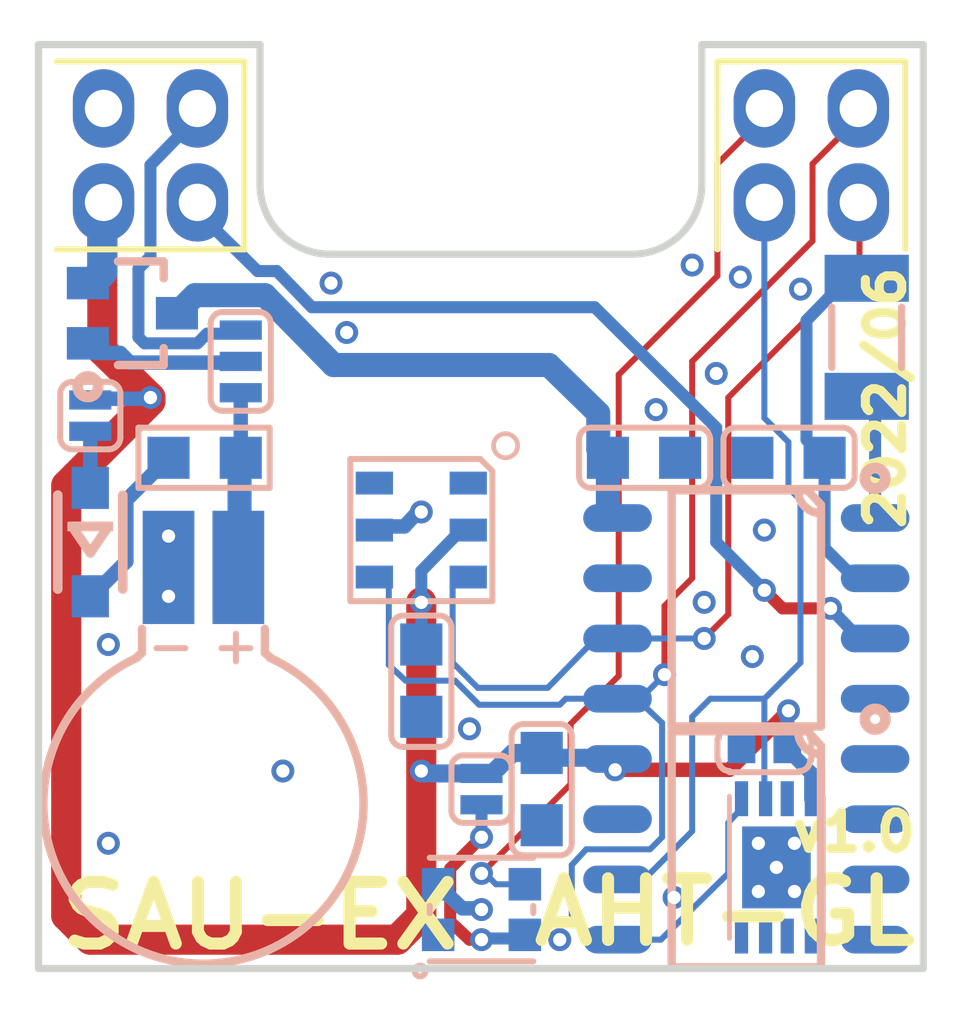
<source format=kicad_pcb>
(kicad_pcb (version 20171130) (host pcbnew "(5.1.6)-1")

  (general
    (thickness 1.6)
    (drawings 33)
    (tracks 215)
    (zones 0)
    (modules 22)
    (nets 17)
  )

  (page A4)
  (layers
    (0 F.Cu signal)
    (31 B.Cu signal)
    (32 B.Adhes user)
    (33 F.Adhes user)
    (34 B.Paste user)
    (35 F.Paste user)
    (36 B.SilkS user)
    (37 F.SilkS user)
    (38 B.Mask user)
    (39 F.Mask user)
    (40 Dwgs.User user)
    (41 Cmts.User user)
    (42 Eco1.User user)
    (43 Eco2.User user)
    (44 Edge.Cuts user)
    (45 Margin user)
    (46 B.CrtYd user)
    (47 F.CrtYd user)
    (48 B.Fab user)
    (49 F.Fab user)
  )

  (setup
    (last_trace_width 0.25)
    (trace_clearance 0.2)
    (zone_clearance 0.508)
    (zone_45_only no)
    (trace_min 0.2)
    (via_size 0.8)
    (via_drill 0.4)
    (via_min_size 0.4)
    (via_min_drill 0.3)
    (uvia_size 0.3)
    (uvia_drill 0.1)
    (uvias_allowed no)
    (uvia_min_size 0.2)
    (uvia_min_drill 0.1)
    (edge_width 0.05)
    (segment_width 0.2)
    (pcb_text_width 0.3)
    (pcb_text_size 1.5 1.5)
    (mod_edge_width 0.12)
    (mod_text_size 1 1)
    (mod_text_width 0.15)
    (pad_size 1.524 1.524)
    (pad_drill 0.762)
    (pad_to_mask_clearance 0.05)
    (aux_axis_origin 0 0)
    (visible_elements FFFFFF7F)
    (pcbplotparams
      (layerselection 0x010fc_ffffffff)
      (usegerberextensions false)
      (usegerberattributes true)
      (usegerberadvancedattributes true)
      (creategerberjobfile true)
      (excludeedgelayer true)
      (linewidth 0.100000)
      (plotframeref false)
      (viasonmask false)
      (mode 1)
      (useauxorigin false)
      (hpglpennumber 1)
      (hpglpenspeed 20)
      (hpglpendiameter 15.000000)
      (psnegative false)
      (psa4output false)
      (plotreference true)
      (plotvalue true)
      (plotinvisibletext false)
      (padsonsilk false)
      (subtractmaskfromsilk false)
      (outputformat 1)
      (mirror false)
      (drillshape 1)
      (scaleselection 1)
      (outputdirectory ""))
  )

  (net 0 "")
  (net 1 NetSJ2_2)
  (net 2 PB6_MISO2)
  (net 3 NetU2_1)
  (net 4 NetSJ1_2)
  (net 5 NetD1_2)
  (net 6 NetD1_1)
  (net 7 NetC2_1)
  (net 8 NetC1_2)
  (net 9 Vbat_button)
  (net 10 VbatWeek)
  (net 11 SDA1_MOSI2)
  (net 12 SCL1_SCK2)
  (net 13 GPIO_ndef)
  (net 14 SPI2_NSS)
  (net 15 GND)
  (net 16 3V3)

  (net_class Default 这是默认网络类。
    (clearance 0.2)
    (trace_width 0.25)
    (via_dia 0.8)
    (via_drill 0.4)
    (uvia_dia 0.3)
    (uvia_drill 0.1)
    (add_net 3V3)
    (add_net GND)
    (add_net GPIO_ndef)
    (add_net NetC1_2)
    (add_net NetC2_1)
    (add_net NetD1_1)
    (add_net NetD1_2)
    (add_net NetSJ1_2)
    (add_net NetSJ2_2)
    (add_net NetU2_1)
    (add_net PB6_MISO2)
    (add_net SCL1_SCK2)
    (add_net SDA1_MOSI2)
    (add_net SPI2_NSS)
    (add_net VbatWeek)
    (add_net Vbat_button)
  )

  (module SJ_2P_MINI_1 (layer B.Cu) (tedit 0) (tstamp 0)
    (at 23.03 16.647 90)
    (attr smd)
    (fp_text reference SJ2 (at -2.5654 -2.0828 180 unlocked) (layer B.SilkS) hide
      (effects (font (size 1.332992 1.40208) (thickness 0.254)) (justify mirror))
    )
    (fp_text value SJ_2P (at 2.032 2.1082 180 unlocked) (layer B.SilkS) hide
      (effects (font (size 1.332992 1.40208) (thickness 0.254)) (justify mirror))
    )
    (fp_line (start 0.7112 0.381) (end 0.7112 -0.381) (layer B.SilkS) (width 0.127))
    (fp_line (start 0.4572 0.635) (end -0.4572 0.635) (layer B.SilkS) (width 0.127))
    (fp_line (start -0.7112 0.381) (end -0.7112 -0.381) (layer B.SilkS) (width 0.127))
    (fp_line (start 0.4572 -0.635) (end -0.4572 -0.635) (layer B.SilkS) (width 0.127))
    (fp_arc (start 0.4572 0.381) (end 0.7112 0.381) (angle 90) (layer B.SilkS) (width 0.127))
    (fp_arc (start 0.4572 -0.381) (end 0.4572 -0.635) (angle 90) (layer B.SilkS) (width 0.127))
    (fp_arc (start -0.4572 -0.381) (end -0.7112 -0.381) (angle 90) (layer B.SilkS) (width 0.127))
    (fp_arc (start -0.4572 0.381) (end -0.4572 0.635) (angle 90) (layer B.SilkS) (width 0.127))
    (pad 1 smd rect (at 0.3302 0 270) (size 0.4064 0.889) (layers B.Cu B.Paste B.Mask)
      (net 16 3V3))
    (pad 2 smd rect (at -0.3302 0 270) (size 0.4064 0.889) (layers B.Cu B.Paste B.Mask)
      (net 1 NetSJ2_2))
  )

  (module C0402_1 (layer B.Cu) (tedit 0) (tstamp 0)
    (at 28.999 15.8088)
    (attr smd)
    (fp_text reference C4 (at 0.1778 -2.4638 unlocked) (layer B.SilkS) hide
      (effects (font (size 1.332992 1.40208) (thickness 0.254)) (justify mirror))
    )
    (fp_text value DNP (at -0.3302 1.9558 unlocked) (layer B.SilkS) hide
      (effects (font (size 1.332992 1.40208) (thickness 0.254)) (justify mirror))
    )
    (fp_line (start 0.508 0.254) (end -0.508 0.254) (layer Dwgs.User) (width 0.0762))
    (fp_line (start 0.508 -0.254) (end -0.508 -0.254) (layer Dwgs.User) (width 0.0762))
    (fp_line (start -0.508 0.254) (end -0.508 -0.254) (layer Dwgs.User) (width 0.0762))
    (fp_line (start 0.508 0.254) (end 0.508 -0.254) (layer Dwgs.User) (width 0.0762))
    (fp_line (start 0 0.254) (end 0 -0.254) (layer Dwgs.User) (width 0.0762))
    (fp_line (start 0.254 0) (end -0.254 0) (layer Dwgs.User) (width 0.0762))
    (fp_line (start 0.9906 0.2286) (end 0.9906 -0.2286) (layer B.SilkS) (width 0.127))
    (fp_line (start 0.7366 0.4826) (end -0.7366 0.4826) (layer B.SilkS) (width 0.127))
    (fp_line (start 0.7366 -0.4826) (end -0.7366 -0.4826) (layer B.SilkS) (width 0.127))
    (fp_line (start -0.9906 0.2286) (end -0.9906 -0.2286) (layer B.SilkS) (width 0.127))
    (fp_arc (start 0.7366 -0.2286) (end 0.7366 -0.4572) (angle 90) (layer B.SilkS) (width 0.127))
    (fp_arc (start 0.7366 0.2286) (end 0.9652 0.2286) (angle 90) (layer B.SilkS) (width 0.127))
    (fp_arc (start -0.7366 -0.2286) (end -0.9652 -0.2286) (angle 90) (layer B.SilkS) (width 0.127))
    (fp_arc (start -0.7366 0.2286) (end -0.7366 0.4572) (angle 90) (layer B.SilkS) (width 0.127))
    (pad 1 smd rect (at 0.4826 0) (size 0.5842 0.5842) (layers B.Cu B.Paste B.Mask)
      (net 16 3V3))
    (pad 2 smd rect (at -0.4826 0) (size 0.5842 0.5842) (layers B.Cu B.Paste B.Mask)
      (net 15 GND))
  )

  (module DFN-8-1EP_3x2mm_P0.5mm_EP1.70C (layer B.Cu) (tedit 0) (tstamp 0)
    (at 29.253 18.298 270)
    (attr smd)
    (fp_text reference U4 (at -3.4798 0.1016 unlocked) (layer B.SilkS) hide
      (effects (font (size 1.332992 1.40208) (thickness 0.254)) (justify mirror))
    )
    (fp_text value DNP_24Cxx_8P_DFN8_1EP (at 2.3114 9.0678 unlocked) (layer B.SilkS) hide
      (effects (font (size 1.332992 1.40208) (thickness 0.254)) (justify mirror))
    )
    (fp_line (start 1.4986 -0.9906) (end -1.4986 -0.9906) (layer B.SilkS) (width 0.1016))
    (fp_line (start 1.4986 0.9906) (end -1.4986 0.9906) (layer B.SilkS) (width 0.1016))
    (pad 1 smd rect (at 1.4478 -0.7366 270) (size 0.7366 0.2794) (layers B.Cu B.Paste B.Mask)
      (net 15 GND))
    (pad 2 smd rect (at 1.4478 -0.2286 270) (size 0.7366 0.2794) (layers B.Cu B.Paste B.Mask)
      (net 15 GND))
    (pad 3 smd rect (at 1.4478 0.2286 270) (size 0.7366 0.2794) (layers B.Cu B.Paste B.Mask)
      (net 15 GND))
    (pad 4 smd rect (at 1.4478 0.7366 270) (size 0.7366 0.2794) (layers B.Cu B.Paste B.Mask)
      (net 15 GND))
    (pad 5 smd rect (at -1.4478 0.7366 270) (size 0.7366 0.2794) (layers B.Cu B.Paste B.Mask)
      (net 11 SDA1_MOSI2))
    (pad 6 smd rect (at -1.4478 0.2286 270) (size 0.7366 0.2794) (layers B.Cu B.Paste B.Mask)
      (net 2 PB6_MISO2))
    (pad 7 smd rect (at -1.4478 -0.2286 270) (size 0.7366 0.2794) (layers B.Cu B.Paste B.Mask)
      (net 15 GND))
    (pad 8 smd rect (at -1.4478 -0.7366 270) (size 0.7366 0.2794) (layers B.Cu B.Paste B.Mask)
      (net 16 3V3))
    (pad 9 smd rect (at 0 0 180) (size 1.4478 1.7272) (layers B.Cu B.Paste B.Mask)
      (net 15 GND))
  )

  (module ODG_LOGO_soldermask_1 (layer B.Cu) (tedit 0) (tstamp 0)
    (at 17.188 17.155)
    (attr smd)
    (fp_text reference ODG2 (at -0.0762 -2.8448 unlocked) (layer B.SilkS) hide
      (effects (font (size 1.332992 1.40208) (thickness 0.254)) (justify mirror))
    )
    (fp_text value ODG_LOGO (at -2.1082 2.0066 unlocked) (layer B.SilkS) hide
      (effects (font (size 1.332992 1.40208) (thickness 0.254)) (justify mirror))
    )
    (fp_line (start 0 0.4572) (end 0 -0.4572) (layer Dwgs.User) (width 0.0762))
    (fp_line (start 0.4572 0) (end -0.4572 0) (layer Dwgs.User) (width 0.0762))
    (fp_line (start 0.6604 1.1684) (end 0.0254 -2.1336) (layer B.Mask) (width 0.2032))
    (fp_line (start 0.381 0.9652) (end -0.635 0.889) (layer B.Mask) (width 0.2032))
    (fp_line (start 0.2794 -0.0254) (end -0.635 0.889) (layer B.Mask) (width 0.2032))
    (fp_line (start -0.508 0.0508) (end -0.9906 1.1684) (layer B.Mask) (width 0.2032))
    (fp_line (start 0.381 0.9652) (end -0.508 0.0508) (layer B.Mask) (width 0.2032))
    (fp_line (start 0.2794 -0.0254) (end -0.5588 -0.1016) (layer B.Mask) (width 0.2032))
    (fp_line (start 0.0254 -2.1336) (end -0.5588 -0.1016) (layer B.Mask) (width 0.2032))
  )

  (module ODG_LOGO_soldermask_1 (layer F.Cu) (tedit 0) (tstamp 0)
    (at 17.0356 16.3422)
    (attr smd)
    (fp_text reference ODG1 (at 1.5494 -4.0132 unlocked) (layer F.SilkS) hide
      (effects (font (size 1.332992 1.40208) (thickness 0.254)))
    )
    (fp_text value ODG_LOGO (at 3.5814 2.5146 unlocked) (layer F.SilkS) hide
      (effects (font (size 1.332992 1.40208) (thickness 0.254)))
    )
    (fp_line (start 0 0.4572) (end 0 -0.4572) (layer Dwgs.User) (width 0.0762))
    (fp_line (start -0.4572 0) (end 0.4572 0) (layer Dwgs.User) (width 0.0762))
    (fp_line (start -0.6604 1.1684) (end -0.0254 -2.1336) (layer F.Mask) (width 0.2032))
    (fp_line (start -0.381 0.9652) (end 0.635 0.889) (layer F.Mask) (width 0.2032))
    (fp_line (start -0.2794 -0.0254) (end 0.635 0.889) (layer F.Mask) (width 0.2032))
    (fp_line (start 0.508 0.0508) (end 0.9906 1.1684) (layer F.Mask) (width 0.2032))
    (fp_line (start -0.381 0.9652) (end 0.508 0.0508) (layer F.Mask) (width 0.2032))
    (fp_line (start -0.2794 -0.0254) (end 0.5588 -0.1016) (layer F.Mask) (width 0.2032))
    (fp_line (start -0.0254 -2.1336) (end 0.5588 -0.1016) (layer F.Mask) (width 0.2032))
  )

  (module MS621FE-FL11E_1 (layer B.Cu) (tedit 0) (tstamp 0)
    (at 17.1626 16.9518 270)
    (attr smd)
    (fp_text reference BAT1 (at -8.0264 -1.1938 unlocked) (layer B.SilkS) hide
      (effects (font (size 1.332992 1.40208) (thickness 0.254)) (justify mirror))
    )
    (fp_text value BAT (at 4.7498 -1.7018 unlocked) (layer B.SilkS) hide
      (effects (font (size 1.332992 1.40208) (thickness 0.254)) (justify mirror))
    )
    (fp_line (start -3.0988 1.397) (end -3.175 1.2954) (layer Dwgs.User) (width 0.1778))
    (fp_line (start -3.175 1.2954) (end -3.8862 1.2954) (layer Dwgs.User) (width 0.1778))
    (fp_line (start -3.8862 1.2954) (end -4.572 0.635) (layer Dwgs.User) (width 0.1778))
    (fp_line (start -4.572 -0.635) (end -4.572 0.635) (layer Dwgs.User) (width 0.1778))
    (fp_line (start -3.0988 -1.397) (end -3.175 -1.2954) (layer Dwgs.User) (width 0.1778))
    (fp_line (start -3.175 -1.2954) (end -3.8862 -1.2954) (layer Dwgs.User) (width 0.1778))
    (fp_line (start -3.8862 -1.2954) (end -4.572 -0.635) (layer Dwgs.User) (width 0.1778))
    (fp_line (start 0 0.635) (end 0 -0.635) (layer Dwgs.User) (width 0.1778))
    (fp_line (start 0.635 0) (end -0.635 0) (layer Dwgs.User) (width 0.1778))
    (fp_line (start -3.0988 1.397) (end -3.175 1.2954) (layer B.SilkS) (width 0.1778))
    (fp_line (start -3.175 1.2954) (end -3.683 1.2954) (layer B.SilkS) (width 0.1778))
    (fp_line (start -3.2766 0.9906) (end -3.2766 0.381) (layer B.SilkS) (width 0.127))
    (fp_line (start -3.2766 -0.381) (end -3.2766 -0.9906) (layer B.SilkS) (width 0.127))
    (fp_line (start -2.9972 -0.6858) (end -3.5814 -0.6858) (layer B.SilkS) (width 0.127))
    (fp_line (start -3.0988 -1.397) (end -3.175 -1.2954) (layer B.SilkS) (width 0.1778))
    (fp_line (start -3.175 -1.2954) (end -3.683 -1.2954) (layer B.SilkS) (width 0.1778))
    (fp_arc (start 0 0) (end -3.078903 -1.390178) (angle 311.4) (layer Dwgs.User) (width 0.1778))
    (fp_arc (start 0 0) (end -3.078903 -1.390178) (angle 311.4) (layer B.SilkS) (width 0.1778))
    (pad 1 smd rect (at -4.9784 -0.7366 180) (size 1.0922 2.3876) (layers B.Cu B.Paste B.Mask)
      (net 9 Vbat_button))
    (pad 2 smd rect (at -4.9784 0.7366 180) (size 1.0922 2.3876) (layers B.Cu B.Paste B.Mask)
      (net 15 GND))
  )

  (module XTAL_2P_3215_1 (layer B.Cu) (tedit 0) (tstamp 0)
    (at 31.158 7.122 90)
    (attr smd)
    (fp_text reference X1 (at 2.7178 0.508 unlocked) (layer B.SilkS) hide
      (effects (font (size 1.332992 1.40208) (thickness 0.254)) (justify mirror))
    )
    (fp_text value 32.768KHz (at -2.2098 -2.032 unlocked) (layer B.SilkS) hide
      (effects (font (size 1.332992 1.40208) (thickness 0.254)) (justify mirror))
    )
    (fp_line (start 1.5748 -0.7366) (end -1.5748 -0.7366) (layer Dwgs.User) (width 0.1524))
    (fp_line (start -1.5748 0.7366) (end -1.5748 -0.7366) (layer Dwgs.User) (width 0.1524))
    (fp_line (start 1.5748 0.7366) (end 1.5748 -0.7366) (layer Dwgs.User) (width 0.1524))
    (fp_line (start 0 0.4318) (end 0 -0.4318) (layer Dwgs.User) (width 0.0762))
    (fp_line (start 0.4318 0) (end -0.4318 0) (layer Dwgs.User) (width 0.0762))
    (fp_line (start 1.5748 0.7366) (end -1.5748 0.7366) (layer Dwgs.User) (width 0.1524))
    (fp_line (start 0.635 0.7366) (end -0.635 0.7366) (layer B.SilkS) (width 0.1524))
    (fp_line (start 0.635 -0.7366) (end -0.635 -0.7366) (layer B.SilkS) (width 0.1524))
    (pad 1 smd rect (at 1.2446 0 90) (size 0.9906 1.778) (layers B.Cu B.Paste B.Mask)
      (net 8 NetC1_2))
    (pad 2 smd rect (at -1.2446 0 90) (size 0.9906 1.778) (layers B.Cu B.Paste B.Mask)
      (net 3 NetU2_1))
  )

  (module DIODES_SOT-323-3_1 (layer B.Cu) (tedit 0) (tstamp 0)
    (at 15.664 6.614 180)
    (attr smd)
    (fp_text reference VD1 (at 0.1778 3.556 unlocked) (layer B.SilkS) hide
      (effects (font (size 1.332992 1.40208) (thickness 0.254)) (justify mirror))
    )
    (fp_text value BAT54C (at 1.7018 -2.6416 unlocked) (layer B.SilkS) hide
      (effects (font (size 1.332992 1.40208) (thickness 0.254)) (justify mirror))
    )
    (fp_line (start 0.6604 -1.0922) (end -0.6604 -1.0922) (layer Dwgs.User) (width 0.0762))
    (fp_line (start 0.6604 1.0922) (end -0.6604 1.0922) (layer Dwgs.User) (width 0.0762))
    (fp_line (start 0.6604 1.0922) (end 0.6604 -1.0922) (layer Dwgs.User) (width 0.0762))
    (fp_line (start -0.6604 1.0922) (end -0.6604 -1.0922) (layer Dwgs.User) (width 0.0762))
    (fp_line (start -1.5748 1.3462) (end -1.5748 -1.3462) (layer Dwgs.User) (width 0.0254))
    (fp_line (start 1.5748 -1.3462) (end -1.5748 -1.3462) (layer Dwgs.User) (width 0.0254))
    (fp_line (start 1.5748 1.3462) (end 1.5748 -1.3462) (layer Dwgs.User) (width 0.0254))
    (fp_line (start 1.5748 1.3462) (end -1.5748 1.3462) (layer Dwgs.User) (width 0.0254))
    (fp_line (start 0 0.4826) (end 0 -0.4826) (layer Dwgs.User) (width 0.0762))
    (fp_line (start 0.4826 0) (end -0.4826 0) (layer Dwgs.User) (width 0.0762))
    (fp_line (start 0.3048 -1.0922) (end -0.6604 -1.0922) (layer B.SilkS) (width 0.1778))
    (fp_line (start -0.6604 -0.7366) (end -0.6604 -1.0922) (layer B.SilkS) (width 0.1778))
    (fp_line (start -0.6604 1.0922) (end -0.6604 0.7366) (layer B.SilkS) (width 0.1778))
    (fp_line (start 0.3048 1.0922) (end -0.6604 1.0922) (layer B.SilkS) (width 0.1778))
    (fp_arc (start 0.9398 -1.5494) (end 0.8382 -1.5494) (angle 360) (layer B.SilkS) (width 0.2286))
    (pad 1 smd rect (at 0.9398 -0.635 90) (size 0.6858 0.889) (layers B.Cu B.Paste B.Mask)
      (net 4 NetSJ1_2))
    (pad 2 smd rect (at 0.9398 0.635 90) (size 0.6858 0.889) (layers B.Cu B.Paste B.Mask)
      (net 16 3V3))
    (pad 3 smd rect (at -0.9398 0 90) (size 0.6858 0.889) (layers B.Cu B.Paste B.Mask)
      (net 7 NetC2_1))
  )

  (module ANALOG_DEV_SOIC-8_R8_1 (layer B.Cu) (tedit 0) (tstamp 0)
    (at 28.618 17.917)
    (attr smd)
    (fp_text reference U3 (at 1.9304 -2.7432 unlocked) (layer B.SilkS) hide
      (effects (font (size 1.332992 1.40208) (thickness 0.254)) (justify mirror))
    )
    (fp_text value 24Cxx_8P (at -1.1176 6.0706 unlocked) (layer B.SilkS) hide
      (effects (font (size 1.332992 1.40208) (thickness 0.254)) (justify mirror))
    )
    (fp_line (start 1.9812 2.4892) (end 1.9812 -2.4892) (layer Dwgs.User) (width 0.0762))
    (fp_line (start -1.9812 2.4892) (end -1.9812 -2.4892) (layer Dwgs.User) (width 0.0762))
    (fp_line (start 1.9812 -2.4892) (end -1.9812 -2.4892) (layer Dwgs.User) (width 0.0762))
    (fp_line (start 1.9812 2.4892) (end -1.9812 2.4892) (layer Dwgs.User) (width 0.0762))
    (fp_line (start 3.683 2.7432) (end -3.683 2.7432) (layer Dwgs.User) (width 0.0254))
    (fp_line (start 3.683 -2.7432) (end -3.683 -2.7432) (layer Dwgs.User) (width 0.0254))
    (fp_line (start -3.683 2.7432) (end -3.683 -2.7432) (layer Dwgs.User) (width 0.0254))
    (fp_line (start 0 0.4826) (end 0 -0.4826) (layer Dwgs.User) (width 0.0762))
    (fp_line (start 0.4826 0) (end -0.4826 0) (layer Dwgs.User) (width 0.0762))
    (fp_line (start 3.683 2.7432) (end 3.683 -2.7432) (layer Dwgs.User) (width 0.0254))
    (fp_line (start -1.5748 2.4892) (end -1.5748 -2.4892) (layer B.SilkS) (width 0.1778))
    (fp_line (start 1.2954 -2.4892) (end -1.5748 -2.4892) (layer B.SilkS) (width 0.1778))
    (fp_line (start 1.5748 2.4892) (end -1.5748 2.4892) (layer B.SilkS) (width 0.1778))
    (fp_line (start 1.5748 2.4892) (end 1.5748 -2.1844) (layer B.SilkS) (width 0.1778))
    (fp_line (start 1.5748 -2.1844) (end 1.2954 -2.4892) (layer B.SilkS) (width 0.1778))
    (fp_arc (start 1.0922 -1.5748) (end 0.6096 -1.5748) (angle 360) (layer Dwgs.User) (width 0.0762))
    (fp_arc (start 2.7178 -2.7432) (end 2.6162 -2.7432) (angle 360) (layer B.SilkS) (width 0.2286))
    (fp_arc (start 1.5748 -2.4892) (end 1.5748 -2.0066) (angle 90) (layer B.SilkS) (width 0.1778))
    (pad 1 smd oval (at 2.7178 -1.905 270) (size 0.5842 1.4478) (layers B.Cu B.Paste B.Mask)
      (net 15 GND))
    (pad 2 smd oval (at 2.7178 -0.635 270) (size 0.5842 1.4478) (layers B.Cu B.Paste B.Mask)
      (net 15 GND))
    (pad 3 smd oval (at 2.7178 0.635 270) (size 0.5842 1.4478) (layers B.Cu B.Paste B.Mask)
      (net 15 GND))
    (pad 4 smd oval (at 2.7178 1.905 270) (size 0.5842 1.4478) (layers B.Cu B.Paste B.Mask)
      (net 15 GND))
    (pad 5 smd oval (at -2.7178 1.905 270) (size 0.5842 1.4478) (layers B.Cu B.Paste B.Mask)
      (net 11 SDA1_MOSI2))
    (pad 6 smd oval (at -2.7178 0.635 270) (size 0.5842 1.4478) (layers B.Cu B.Paste B.Mask)
      (net 2 PB6_MISO2))
    (pad 7 smd oval (at -2.7178 -0.635 270) (size 0.5842 1.4478) (layers B.Cu B.Paste B.Mask)
      (net 15 GND))
    (pad 8 smd oval (at -2.7178 -1.905 270) (size 0.5842 1.4478) (layers B.Cu B.Paste B.Mask)
      (net 16 3V3))
  )

  (module ANALOG_DEV_SOIC-8_R8_1 (layer B.Cu) (tedit 0) (tstamp 0)
    (at 28.618 12.837)
    (attr smd)
    (fp_text reference U2 (at 2.4384 -4.7752 unlocked) (layer B.SilkS) hide
      (effects (font (size 1.332992 1.40208) (thickness 0.254)) (justify mirror))
    )
    (fp_text value PCF8563 (at -0.1016 4.0386 unlocked) (layer B.SilkS) hide
      (effects (font (size 1.332992 1.40208) (thickness 0.254)) (justify mirror))
    )
    (fp_line (start 1.9812 2.4892) (end 1.9812 -2.4892) (layer Dwgs.User) (width 0.0762))
    (fp_line (start -1.9812 2.4892) (end -1.9812 -2.4892) (layer Dwgs.User) (width 0.0762))
    (fp_line (start 1.9812 -2.4892) (end -1.9812 -2.4892) (layer Dwgs.User) (width 0.0762))
    (fp_line (start 1.9812 2.4892) (end -1.9812 2.4892) (layer Dwgs.User) (width 0.0762))
    (fp_line (start 3.683 2.7432) (end -3.683 2.7432) (layer Dwgs.User) (width 0.0254))
    (fp_line (start 3.683 -2.7432) (end -3.683 -2.7432) (layer Dwgs.User) (width 0.0254))
    (fp_line (start -3.683 2.7432) (end -3.683 -2.7432) (layer Dwgs.User) (width 0.0254))
    (fp_line (start 0 0.4826) (end 0 -0.4826) (layer Dwgs.User) (width 0.0762))
    (fp_line (start 0.4826 0) (end -0.4826 0) (layer Dwgs.User) (width 0.0762))
    (fp_line (start 3.683 2.7432) (end 3.683 -2.7432) (layer Dwgs.User) (width 0.0254))
    (fp_line (start -1.5748 2.4892) (end -1.5748 -2.4892) (layer B.SilkS) (width 0.1778))
    (fp_line (start 1.2954 -2.4892) (end -1.5748 -2.4892) (layer B.SilkS) (width 0.1778))
    (fp_line (start 1.5748 2.4892) (end -1.5748 2.4892) (layer B.SilkS) (width 0.1778))
    (fp_line (start 1.5748 2.4892) (end 1.5748 -2.1844) (layer B.SilkS) (width 0.1778))
    (fp_line (start 1.5748 -2.1844) (end 1.2954 -2.4892) (layer B.SilkS) (width 0.1778))
    (fp_arc (start 1.0922 -1.5748) (end 0.6096 -1.5748) (angle 360) (layer Dwgs.User) (width 0.0762))
    (fp_arc (start 2.7178 -2.7432) (end 2.6162 -2.7432) (angle 360) (layer B.SilkS) (width 0.2286))
    (fp_arc (start 1.5748 -2.4892) (end 1.5748 -2.0066) (angle 90) (layer B.SilkS) (width 0.1778))
    (pad 1 smd oval (at 2.7178 -1.905 270) (size 0.5842 1.4478) (layers B.Cu B.Paste B.Mask)
      (net 3 NetU2_1))
    (pad 2 smd oval (at 2.7178 -0.635 270) (size 0.5842 1.4478) (layers B.Cu B.Paste B.Mask)
      (net 8 NetC1_2))
    (pad 3 smd oval (at 2.7178 0.635 270) (size 0.5842 1.4478) (layers B.Cu B.Paste B.Mask)
      (net 13 GPIO_ndef))
    (pad 4 smd oval (at 2.7178 1.905 270) (size 0.5842 1.4478) (layers B.Cu B.Paste B.Mask)
      (net 15 GND))
    (pad 5 smd oval (at -2.7178 1.905 270) (size 0.5842 1.4478) (layers B.Cu B.Paste B.Mask)
      (net 11 SDA1_MOSI2))
    (pad 6 smd oval (at -2.7178 0.635 270) (size 0.5842 1.4478) (layers B.Cu B.Paste B.Mask)
      (net 12 SCL1_SCK2))
    (pad 7 smd oval (at -2.7178 -0.635 270) (size 0.5842 1.4478) (layers B.Cu B.Paste B.Mask))
    (pad 8 smd oval (at -2.7178 -1.905 270) (size 0.5842 1.4478) (layers B.Cu B.Paste B.Mask)
      (net 7 NetC2_1))
  )

  (module WS2812_2020_1 (layer B.Cu) (tedit 0) (tstamp 0)
    (at 23.03 19.187 180)
    (attr smd)
    (fp_text reference U1 (at -0.1524 3.2004 unlocked) (layer B.SilkS) hide
      (effects (font (size 1.332992 1.40208) (thickness 0.254)) (justify mirror))
    )
    (fp_text value WS2812 (at 1.8796 -2.413 unlocked) (layer B.SilkS) hide
      (effects (font (size 1.332992 1.40208) (thickness 0.254)) (justify mirror))
    )
    (fp_line (start -1.0922 0.9906) (end -1.0922 -0.9906) (layer Dwgs.User) (width 0.127))
    (fp_line (start 1.0922 -0.9906) (end -1.0922 -0.9906) (layer Dwgs.User) (width 0.127))
    (fp_line (start 1.0922 0.9906) (end -1.0922 0.9906) (layer Dwgs.User) (width 0.127))
    (fp_line (start 1.0922 0.9906) (end 1.0922 -0.9906) (layer Dwgs.User) (width 0.127))
    (fp_line (start 1.0922 -1.0922) (end -1.0922 -1.0922) (layer B.SilkS) (width 0.127))
    (fp_line (start 1.0922 0.0762) (end 1.0922 -0.0762) (layer B.SilkS) (width 0.127))
    (fp_line (start -1.0922 0.0762) (end -1.0922 -0.0762) (layer B.SilkS) (width 0.127))
    (fp_line (start 1.0922 1.0922) (end -1.0922 1.0922) (layer B.SilkS) (width 0.127))
    (fp_arc (start 1.2954 -1.2954) (end 1.2446 -1.2954) (angle 360) (layer B.SilkS) (width 0.127))
    (fp_poly (pts (xy -0.4826 0.9906) (xy 0 0.9906) (xy 0 -0.9906) (xy -0.4826 -0.9906)) (layer Dwgs.User) (width 0))
    (pad 1 smd rect (at 0.9144 -0.5334) (size 0.6858 0.6858) (layers B.Cu B.Paste B.Mask))
    (pad 2 smd rect (at 0.9144 0.5334) (size 0.6858 0.6858) (layers B.Cu B.Paste B.Mask)
      (net 15 GND))
    (pad 3 smd rect (at -0.9144 0.5334) (size 0.6858 0.6858) (layers B.Cu B.Paste B.Mask)
      (net 14 SPI2_NSS))
    (pad 4 smd rect (at -0.9144 -0.5334) (size 0.6858 0.6858) (layers B.Cu B.Paste B.Mask)
      (net 1 NetSJ2_2))
  )

  (module SJ_3P_MINI_1 (layer B.Cu) (tedit 0) (tstamp 0)
    (at 17.95 7.63 90)
    (attr smd)
    (fp_text reference SJ1 (at -2.8956 1.0922 180 unlocked) (layer B.SilkS) hide
      (effects (font (size 1.332992 1.40208) (thickness 0.254)) (justify mirror))
    )
    (fp_text value SJ_3P (at 2.3622 2.1082 180 unlocked) (layer B.SilkS) hide
      (effects (font (size 1.332992 1.40208) (thickness 0.254)) (justify mirror))
    )
    (fp_line (start 1.0414 0.381) (end 1.0414 -0.381) (layer B.SilkS) (width 0.127))
    (fp_line (start 0.7874 0.635) (end -0.7874 0.635) (layer B.SilkS) (width 0.127))
    (fp_line (start 0.7874 -0.635) (end -0.7874 -0.635) (layer B.SilkS) (width 0.127))
    (fp_line (start -1.0414 0.381) (end -1.0414 -0.381) (layer B.SilkS) (width 0.127))
    (fp_arc (start 0.7874 0.381) (end 1.0414 0.381) (angle 90) (layer B.SilkS) (width 0.127))
    (fp_arc (start 0.7874 -0.381) (end 0.7874 -0.635) (angle 90) (layer B.SilkS) (width 0.127))
    (fp_arc (start -0.7874 -0.381) (end -1.0414 -0.381) (angle 90) (layer B.SilkS) (width 0.127))
    (fp_arc (start -0.7874 0.381) (end -0.7874 0.635) (angle 90) (layer B.SilkS) (width 0.127))
    (pad 1 smd rect (at 0.6604 0 270) (size 0.4064 0.889) (layers B.Cu B.Paste B.Mask)
      (net 10 VbatWeek))
    (pad 2 smd rect (at 0 0 270) (size 0.4064 0.889) (layers B.Cu B.Paste B.Mask)
      (net 4 NetSJ1_2))
    (pad 3 smd rect (at -0.6604 0 270) (size 0.4064 0.889) (layers B.Cu B.Paste B.Mask)
      (net 9 Vbat_button))
  )

  (module R0603_1 (layer B.Cu) (tedit 0) (tstamp 0)
    (at 17.188 9.662 180)
    (attr smd)
    (fp_text reference R1 (at -0.1778 2.4638 unlocked) (layer B.SilkS) hide
      (effects (font (size 1.332992 1.40208) (thickness 0.254)) (justify mirror))
    )
    (fp_text value 620R (at 0.8382 -1.9558 unlocked) (layer B.SilkS) hide
      (effects (font (size 1.332992 1.40208) (thickness 0.254)) (justify mirror))
    )
    (fp_line (start 0.8636 0.4572) (end -0.8636 0.4572) (layer Dwgs.User) (width 0.0762))
    (fp_line (start 0.8636 -0.4572) (end -0.8636 -0.4572) (layer Dwgs.User) (width 0.0762))
    (fp_line (start -0.8636 0.4572) (end -0.8636 -0.4572) (layer Dwgs.User) (width 0.0762))
    (fp_line (start 0.8636 0.4572) (end 0.8636 -0.4572) (layer Dwgs.User) (width 0.0762))
    (fp_line (start 0 0.4572) (end 0 -0.4572) (layer Dwgs.User) (width 0.0762))
    (fp_line (start 0.4572 0) (end -0.4572 0) (layer Dwgs.User) (width 0.0762))
    (fp_line (start 1.397 -0.635) (end -1.3716 -0.635) (layer B.SilkS) (width 0.127))
    (fp_line (start -1.3716 0.635) (end -1.3716 -0.635) (layer B.SilkS) (width 0.127))
    (fp_line (start 1.397 0.635) (end 1.397 -0.635) (layer B.SilkS) (width 0.127))
    (fp_line (start 1.397 0.635) (end -1.3716 0.635) (layer B.SilkS) (width 0.127))
    (pad 1 smd rect (at 0.762 0 180) (size 0.889 0.889) (layers B.Cu B.Paste B.Mask)
      (net 5 NetD1_2))
    (pad 2 smd rect (at -0.762 0 180) (size 0.889 0.889) (layers B.Cu B.Paste B.Mask)
      (net 9 Vbat_button))
  )

  (module SOD-323_1 (layer B.Cu) (tedit 0) (tstamp 0)
    (at 14.775 11.44 90)
    (attr smd)
    (fp_text reference D1 (at 2.5654 0.3556 unlocked) (layer B.SilkS) hide
      (effects (font (size 1.332992 1.40208) (thickness 0.254)) (justify mirror))
    )
    (fp_text value B5819WS (at -2.0574 -2.1844 unlocked) (layer B.SilkS) hide
      (effects (font (size 1.332992 1.40208) (thickness 0.254)) (justify mirror))
    )
    (fp_line (start 0.9906 0.6858) (end 0.9906 -0.6858) (layer Dwgs.User) (width 0.2032))
    (fp_line (start -0.9906 0.6858) (end -0.9906 -0.6858) (layer Dwgs.User) (width 0.2032))
    (fp_line (start 0 0.4572) (end 0 -0.4572) (layer Dwgs.User) (width 0.0762))
    (fp_line (start 0.4572 0) (end -0.4572 0) (layer Dwgs.User) (width 0.0762))
    (fp_line (start 0.9906 -0.6858) (end -0.9906 -0.6858) (layer B.SilkS) (width 0.2032))
    (fp_line (start 0.3302 0.381) (end 0.3302 -0.381) (layer B.SilkS) (width 0.2032))
    (fp_line (start 0.9906 0.6858) (end -0.9906 0.6858) (layer B.SilkS) (width 0.2032))
    (fp_line (start 0.3302 0.381) (end -0.2286 0) (layer B.SilkS) (width 0.2032))
    (fp_line (start 0.3302 -0.381) (end -0.2286 0) (layer B.SilkS) (width 0.2032))
    (fp_poly (pts (xy 0.2286 0.4826) (xy 0.4318 0.4826) (xy 0.4318 -0.4826) (xy 0.2286 -0.4826)) (layer B.SilkS) (width 0))
    (pad 1 smd rect (at 1.143 0 270) (size 0.889 0.7874) (layers B.Cu B.Paste B.Mask)
      (net 6 NetD1_1))
    (pad 2 smd rect (at -1.143 0 270) (size 0.889 0.7874) (layers B.Cu B.Paste B.Mask)
      (net 5 NetD1_2))
  )

  (module C0603_1 (layer B.Cu) (tedit 0) (tstamp 0)
    (at 24.3 16.647 90)
    (attr smd)
    (fp_text reference C3 (at -0.8128 5.0038 unlocked) (layer B.SilkS) hide
      (effects (font (size 1.332992 1.40208) (thickness 0.254)) (justify mirror))
    )
    (fp_text value 100nF (at -5.2578 3.4798 unlocked) (layer B.SilkS) hide
      (effects (font (size 1.332992 1.40208) (thickness 0.254)) (justify mirror))
    )
    (fp_line (start 0.8636 0.4572) (end -0.8636 0.4572) (layer Dwgs.User) (width 0.0762))
    (fp_line (start 0.8636 -0.4572) (end -0.8636 -0.4572) (layer Dwgs.User) (width 0.0762))
    (fp_line (start -0.8636 0.4572) (end -0.8636 -0.4572) (layer Dwgs.User) (width 0.0762))
    (fp_line (start 0.8636 0.4572) (end 0.8636 -0.4572) (layer Dwgs.User) (width 0.0762))
    (fp_line (start 0 0.4572) (end 0 -0.4572) (layer Dwgs.User) (width 0.0762))
    (fp_line (start 0.4572 0) (end -0.4572 0) (layer Dwgs.User) (width 0.0762))
    (fp_line (start 1.1176 -0.635) (end -1.143 -0.635) (layer B.SilkS) (width 0.127))
    (fp_line (start -1.397 0.381) (end -1.397 -0.381) (layer B.SilkS) (width 0.127))
    (fp_line (start 1.1176 0.635) (end -1.143 0.635) (layer B.SilkS) (width 0.127))
    (fp_line (start 1.3716 0.381) (end 1.3716 -0.381) (layer B.SilkS) (width 0.127))
    (fp_arc (start 1.1176 0.381) (end 1.3716 0.381) (angle 90) (layer B.SilkS) (width 0.127))
    (fp_arc (start 1.1176 -0.381) (end 1.1176 -0.635) (angle 90) (layer B.SilkS) (width 0.127))
    (fp_arc (start -1.143 -0.381) (end -1.397 -0.381) (angle 90) (layer B.SilkS) (width 0.127))
    (fp_arc (start -1.143 0.381) (end -1.143 0.635) (angle 90) (layer B.SilkS) (width 0.127))
    (pad 1 smd rect (at 0.762 0 90) (size 0.889 0.889) (layers B.Cu B.Paste B.Mask)
      (net 16 3V3))
    (pad 2 smd rect (at -0.762 0 90) (size 0.889 0.889) (layers B.Cu B.Paste B.Mask)
      (net 15 GND))
  )

  (module C0603_1 (layer B.Cu) (tedit 0) (tstamp 0)
    (at 26.459 9.662 180)
    (attr smd)
    (fp_text reference C2 (at 1.3208 2.4638 unlocked) (layer B.SilkS) hide
      (effects (font (size 1.332992 1.40208) (thickness 0.254)) (justify mirror))
    )
    (fp_text value 100nF (at 2.8448 -1.9558 unlocked) (layer B.SilkS) hide
      (effects (font (size 1.332992 1.40208) (thickness 0.254)) (justify mirror))
    )
    (fp_line (start 0.8636 0.4572) (end -0.8636 0.4572) (layer Dwgs.User) (width 0.0762))
    (fp_line (start 0.8636 -0.4572) (end -0.8636 -0.4572) (layer Dwgs.User) (width 0.0762))
    (fp_line (start -0.8636 0.4572) (end -0.8636 -0.4572) (layer Dwgs.User) (width 0.0762))
    (fp_line (start 0.8636 0.4572) (end 0.8636 -0.4572) (layer Dwgs.User) (width 0.0762))
    (fp_line (start 0 0.4572) (end 0 -0.4572) (layer Dwgs.User) (width 0.0762))
    (fp_line (start 0.4572 0) (end -0.4572 0) (layer Dwgs.User) (width 0.0762))
    (fp_line (start 1.1176 -0.635) (end -1.143 -0.635) (layer B.SilkS) (width 0.127))
    (fp_line (start -1.397 0.381) (end -1.397 -0.381) (layer B.SilkS) (width 0.127))
    (fp_line (start 1.1176 0.635) (end -1.143 0.635) (layer B.SilkS) (width 0.127))
    (fp_line (start 1.3716 0.381) (end 1.3716 -0.381) (layer B.SilkS) (width 0.127))
    (fp_arc (start 1.1176 0.381) (end 1.3716 0.381) (angle 90) (layer B.SilkS) (width 0.127))
    (fp_arc (start 1.1176 -0.381) (end 1.1176 -0.635) (angle 90) (layer B.SilkS) (width 0.127))
    (fp_arc (start -1.143 -0.381) (end -1.397 -0.381) (angle 90) (layer B.SilkS) (width 0.127))
    (fp_arc (start -1.143 0.381) (end -1.143 0.635) (angle 90) (layer B.SilkS) (width 0.127))
    (pad 1 smd rect (at 0.762 0 180) (size 0.889 0.889) (layers B.Cu B.Paste B.Mask)
      (net 7 NetC2_1))
    (pad 2 smd rect (at -0.762 0 180) (size 0.889 0.889) (layers B.Cu B.Paste B.Mask)
      (net 15 GND))
  )

  (module C0603_1 (layer B.Cu) (tedit 0) (tstamp 0)
    (at 29.507 9.662 180)
    (attr smd)
    (fp_text reference C1 (at -0.1778 2.4638 unlocked) (layer B.SilkS) hide
      (effects (font (size 1.332992 1.40208) (thickness 0.254)) (justify mirror))
    )
    (fp_text value 6pF (at 0.3302 -1.9558 unlocked) (layer B.SilkS) hide
      (effects (font (size 1.332992 1.40208) (thickness 0.254)) (justify mirror))
    )
    (fp_line (start 0.8636 0.4572) (end -0.8636 0.4572) (layer Dwgs.User) (width 0.0762))
    (fp_line (start 0.8636 -0.4572) (end -0.8636 -0.4572) (layer Dwgs.User) (width 0.0762))
    (fp_line (start -0.8636 0.4572) (end -0.8636 -0.4572) (layer Dwgs.User) (width 0.0762))
    (fp_line (start 0.8636 0.4572) (end 0.8636 -0.4572) (layer Dwgs.User) (width 0.0762))
    (fp_line (start 0 0.4572) (end 0 -0.4572) (layer Dwgs.User) (width 0.0762))
    (fp_line (start 0.4572 0) (end -0.4572 0) (layer Dwgs.User) (width 0.0762))
    (fp_line (start 1.1176 -0.635) (end -1.143 -0.635) (layer B.SilkS) (width 0.127))
    (fp_line (start -1.397 0.381) (end -1.397 -0.381) (layer B.SilkS) (width 0.127))
    (fp_line (start 1.1176 0.635) (end -1.143 0.635) (layer B.SilkS) (width 0.127))
    (fp_line (start 1.3716 0.381) (end 1.3716 -0.381) (layer B.SilkS) (width 0.127))
    (fp_arc (start 1.1176 0.381) (end 1.3716 0.381) (angle 90) (layer B.SilkS) (width 0.127))
    (fp_arc (start 1.1176 -0.381) (end 1.1176 -0.635) (angle 90) (layer B.SilkS) (width 0.127))
    (fp_arc (start -1.143 -0.381) (end -1.397 -0.381) (angle 90) (layer B.SilkS) (width 0.127))
    (fp_arc (start -1.143 0.381) (end -1.143 0.635) (angle 90) (layer B.SilkS) (width 0.127))
    (pad 1 smd rect (at 0.762 0 180) (size 0.889 0.889) (layers B.Cu B.Paste B.Mask)
      (net 15 GND))
    (pad 2 smd rect (at -0.762 0 180) (size 0.889 0.889) (layers B.Cu B.Paste B.Mask)
      (net 8 NetC1_2))
  )

  (module SJ_2P_MINI_1 (layer B.Cu) (tedit 0) (tstamp 0)
    (at 14.775 8.773 270)
    (attr smd)
    (fp_text reference SJ3 (at -2.5654 1.0668 unlocked) (layer B.SilkS) hide
      (effects (font (size 1.332992 1.40208) (thickness 0.254)) (justify mirror))
    )
    (fp_text value SJ_2P (at 2.032 2.1082 unlocked) (layer B.SilkS) hide
      (effects (font (size 1.332992 1.40208) (thickness 0.254)) (justify mirror))
    )
    (fp_line (start 0.7112 0.381) (end 0.7112 -0.381) (layer B.SilkS) (width 0.127))
    (fp_line (start 0.4572 0.635) (end -0.4572 0.635) (layer B.SilkS) (width 0.127))
    (fp_line (start -0.7112 0.381) (end -0.7112 -0.381) (layer B.SilkS) (width 0.127))
    (fp_line (start 0.4572 -0.635) (end -0.4572 -0.635) (layer B.SilkS) (width 0.127))
    (fp_arc (start 0.4572 0.381) (end 0.7112 0.381) (angle 90) (layer B.SilkS) (width 0.127))
    (fp_arc (start 0.4572 -0.381) (end 0.4572 -0.635) (angle 90) (layer B.SilkS) (width 0.127))
    (fp_arc (start -0.4572 -0.381) (end -0.7112 -0.381) (angle 90) (layer B.SilkS) (width 0.127))
    (fp_arc (start -0.4572 0.381) (end -0.4572 0.635) (angle 90) (layer B.SilkS) (width 0.127))
    (pad 1 smd rect (at 0.3302 0 90) (size 0.4064 0.889) (layers B.Cu B.Paste B.Mask)
      (net 6 NetD1_1))
    (pad 2 smd rect (at -0.3302 0 90) (size 0.4064 0.889) (layers B.Cu B.Paste B.Mask)
      (net 16 3V3))
  )

  (module C0603_1 (layer B.Cu) (tedit 0) (tstamp 0)
    (at 21.76 14.361 90)
    (attr smd)
    (fp_text reference C5 (at 2.4638 0.1778 unlocked) (layer B.SilkS) hide
      (effects (font (size 1.332992 1.40208) (thickness 0.254)) (justify mirror))
    )
    (fp_text value 100nF (at -1.9558 -1.3462 unlocked) (layer B.SilkS) hide
      (effects (font (size 1.332992 1.40208) (thickness 0.254)) (justify mirror))
    )
    (fp_line (start 0.8636 0.4572) (end -0.8636 0.4572) (layer Dwgs.User) (width 0.0762))
    (fp_line (start 0.8636 -0.4572) (end -0.8636 -0.4572) (layer Dwgs.User) (width 0.0762))
    (fp_line (start -0.8636 0.4572) (end -0.8636 -0.4572) (layer Dwgs.User) (width 0.0762))
    (fp_line (start 0.8636 0.4572) (end 0.8636 -0.4572) (layer Dwgs.User) (width 0.0762))
    (fp_line (start 0 0.4572) (end 0 -0.4572) (layer Dwgs.User) (width 0.0762))
    (fp_line (start 0.4572 0) (end -0.4572 0) (layer Dwgs.User) (width 0.0762))
    (fp_line (start 1.1176 -0.635) (end -1.143 -0.635) (layer B.SilkS) (width 0.127))
    (fp_line (start -1.397 0.381) (end -1.397 -0.381) (layer B.SilkS) (width 0.127))
    (fp_line (start 1.1176 0.635) (end -1.143 0.635) (layer B.SilkS) (width 0.127))
    (fp_line (start 1.3716 0.381) (end 1.3716 -0.381) (layer B.SilkS) (width 0.127))
    (fp_arc (start 1.1176 0.381) (end 1.3716 0.381) (angle 90) (layer B.SilkS) (width 0.127))
    (fp_arc (start 1.1176 -0.381) (end 1.1176 -0.635) (angle 90) (layer B.SilkS) (width 0.127))
    (fp_arc (start -1.143 -0.381) (end -1.397 -0.381) (angle 90) (layer B.SilkS) (width 0.127))
    (fp_arc (start -1.143 0.381) (end -1.143 0.635) (angle 90) (layer B.SilkS) (width 0.127))
    (pad 1 smd rect (at 0.762 0 90) (size 0.889 0.889) (layers B.Cu B.Paste B.Mask)
      (net 16 3V3))
    (pad 2 smd rect (at -0.762 0 90) (size 0.889 0.889) (layers B.Cu B.Paste B.Mask)
      (net 15 GND))
  )

  (module AHT20_1 (layer B.Cu) (tedit 0) (tstamp 0)
    (at 21.76 11.186)
    (attr smd)
    (fp_text reference U5 (at 0.762 -3.81 unlocked) (layer B.SilkS) hide
      (effects (font (size 1.332992 1.40208) (thickness 0.254)) (justify mirror))
    )
    (fp_text value AHT20 (at -0.762 2.8194 unlocked) (layer B.SilkS) hide
      (effects (font (size 1.332992 1.40208) (thickness 0.254)) (justify mirror))
    )
    (fp_line (start -1.4986 1.4986) (end -1.4986 -1.4986) (layer B.SilkS) (width 0.127))
    (fp_line (start 1.2446 -1.4986) (end -1.4986 -1.4986) (layer B.SilkS) (width 0.127))
    (fp_line (start 1.4986 -1.2446) (end 1.2446 -1.4986) (layer B.SilkS) (width 0.127))
    (fp_line (start 1.4986 1.4986) (end -1.4986 1.4986) (layer B.SilkS) (width 0.127))
    (fp_line (start 1.4986 1.4986) (end 1.4986 -1.2446) (layer B.SilkS) (width 0.127))
    (fp_arc (start 1.778 -1.778) (end 1.524 -1.778) (angle 360) (layer B.SilkS) (width 0))
    (pad 1 smd rect (at 0.9906 -0.9906) (size 0.7874 0.4826) (layers B.Cu B.Paste B.Mask))
    (pad 2 smd rect (at 0.9906 0) (size 0.7874 0.4826) (layers B.Cu B.Paste B.Mask)
      (net 16 3V3))
    (pad 3 smd rect (at 0.9906 0.9906) (size 0.7874 0.4826) (layers B.Cu B.Paste B.Mask)
      (net 12 SCL1_SCK2))
    (pad 4 smd rect (at -0.9906 0.9906) (size 0.7874 0.4826) (layers B.Cu B.Paste B.Mask)
      (net 11 SDA1_MOSI2))
    (pad 5 smd rect (at -0.9906 0) (size 0.7874 0.4826) (layers B.Cu B.Paste B.Mask)
      (net 15 GND))
    (pad 6 smd rect (at -0.9906 -0.9906) (size 0.7874 0.4826) (layers B.Cu B.Paste B.Mask))
  )

  (module 2.0mm_Male_2x2_1 (layer F.Cu) (tedit 0) (tstamp 0)
    (at 16.045 3.2866)
    (attr smd)
    (fp_text reference P2 (at -0.7874 -3.8354 unlocked) (layer F.SilkS) hide
      (effects (font (size 1.332992 1.40208) (thickness 0.254)))
    )
    (fp_text value Male (at 0.2286 3.3274 unlocked) (layer F.SilkS) hide
      (effects (font (size 1.332992 1.40208) (thickness 0.254)))
    )
    (fp_line (start -1.9812 1.9812) (end 1.9812 1.9812) (layer F.SilkS) (width 0.127))
    (fp_line (start 1.9812 1.9812) (end 1.9812 -1.9812) (layer F.SilkS) (width 0.127))
    (fp_line (start -1.9812 -1.9812) (end 1.9812 -1.9812) (layer F.SilkS) (width 0.127))
    (pad 1 thru_hole oval (at -0.9906 -0.9906 90) (size 1.651 1.2954) (drill 0.7874) (layers *.Cu *.Mask)
      (net 15 GND))
    (pad 2 thru_hole oval (at 0.9906 -0.9906 90) (size 1.651 1.2954) (drill 0.7874) (layers *.Cu *.Mask)
      (net 10 VbatWeek))
    (pad 3 thru_hole oval (at -0.9906 0.9906 90) (size 1.651 1.2954) (drill 0.7874) (layers *.Cu *.Mask)
      (net 16 3V3))
    (pad 4 thru_hole oval (at 0.9906 0.9906 90) (size 1.651 1.2954) (drill 0.7874) (layers *.Cu *.Mask)
      (net 13 GPIO_ndef))
  )

  (module 2.0MM_MALE_2X2_2 (layer F.Cu) (tedit 0) (tstamp 0)
    (at 29.9896 3.2866)
    (attr smd)
    (fp_text reference P1 (at -0.7874 -3.8354 unlocked) (layer F.SilkS) hide
      (effects (font (size 1.332992 1.40208) (thickness 0.254)))
    )
    (fp_text value Male (at 0.2286 3.3274 unlocked) (layer F.SilkS) hide
      (effects (font (size 1.332992 1.40208) (thickness 0.254)))
    )
    (fp_line (start -1.9812 1.9812) (end -1.9812 -1.9812) (layer F.SilkS) (width 0.127))
    (fp_line (start 1.9812 1.9812) (end 1.9812 -1.9812) (layer F.SilkS) (width 0.127))
    (fp_line (start -1.9812 -1.9812) (end 1.9812 -1.9812) (layer F.SilkS) (width 0.127))
    (pad 1 thru_hole oval (at -0.9906 -0.9906 90) (size 1.651 1.2954) (drill 0.7874) (layers *.Cu *.Mask)
      (net 14 SPI2_NSS))
    (pad 2 thru_hole oval (at 0.9906 -0.9906 90) (size 1.651 1.2954) (drill 0.7874) (layers *.Cu *.Mask)
      (net 11 SDA1_MOSI2))
    (pad 3 thru_hole oval (at -0.9906 0.9906 90) (size 1.651 1.2954) (drill 0.7874) (layers *.Cu *.Mask)
      (net 2 PB6_MISO2))
    (pad 4 thru_hole oval (at 0.9906 0.9906 90) (size 1.651 1.2954) (drill 0.7874) (layers *.Cu *.Mask)
      (net 12 SCL1_SCK2))
  )

  (gr_arc (start 19.8296 3.8962) (end 19.8296 5.3694) (angle 90) (layer Edge.Cuts) (width 0.1524) (tstamp 62CF989D))
  (gr_text AHT-GL (at 24 20) (layer F.SilkS)
    (effects (font (size 1.3 1.4) (thickness 0.254)) (justify left bottom))
  )
  (gr_text SAU-EX (at 14.013 20.076) (layer F.SilkS)
    (effects (font (size 1.3 1.4) (thickness 0.254)) (justify left bottom))
  )
  (gr_text 2022/06 (at 32 11.25 90) (layer F.SilkS)
    (effects (font (size 0.76647 0.806196) (thickness 0.2032)) (justify left bottom))
  )
  (gr_text v1.0 (at 29.5 18) (layer F.SilkS)
    (effects (font (size 0.76647 0.806196) (thickness 0.2032)) (justify left bottom))
  )
  (gr_arc (start 23.3348 13.599) (end 23.3348 13.091) (angle -180) (layer F.Fab) (width 0.1524))
  (gr_arc (start 23.9952 13.599) (end 23.996087 14.106999) (angle -89.8) (layer F.Fab) (width 0.1524))
  (gr_arc (start 23.9952 8.7984) (end 24.503199 8.797513) (angle -89.8) (layer F.Fab) (width 0.1524))
  (gr_arc (start 19.4994 8.7984) (end 19.498513 8.290401) (angle -89.8) (layer F.Fab) (width 0.1524))
  (gr_arc (start 19.4994 13.599) (end 18.991401 13.599887) (angle -89.8) (layer F.Fab) (width 0.1524))
  (gr_arc (start 20.1598 13.599) (end 20.1598 14.107) (angle -180) (layer F.Fab) (width 0.1524))
  (gr_arc (start 26.205 3.8962) (end 26.205 5.3694) (angle -90) (layer Edge.Cuts) (width 0.1524))
  (gr_line (start 20.0328 13.0656) (end 20.0328 9.3318) (layer F.Fab) (width 0.1524))
  (gr_line (start 20.0328 9.3318) (end 23.4872 9.3318) (layer F.Fab) (width 0.1524))
  (gr_line (start 23.4872 13.0656) (end 23.4872 9.3318) (layer F.Fab) (width 0.1524))
  (gr_line (start 23.3348 13.0656) (end 23.4872 13.0656) (layer F.Fab) (width 0.1524))
  (gr_line (start 23.3348 14.1324) (end 23.9952 14.1324) (layer F.Fab) (width 0.1524))
  (gr_line (start 24.5286 13.599) (end 24.5286 8.7984) (layer F.Fab) (width 0.1524))
  (gr_line (start 19.4994 8.2904) (end 23.9952 8.2904) (layer F.Fab) (width 0.1524))
  (gr_line (start 18.966 13.599) (end 18.966 8.7984) (layer F.Fab) (width 0.1524))
  (gr_line (start 19.4994 14.1324) (end 20.1598 14.1324) (layer F.Fab) (width 0.1524))
  (gr_line (start 20.0328 13.0656) (end 20.1598 13.0656) (layer F.Fab) (width 0.1524))
  (gr_line (start 20.0328 13.0656) (end 20.0328 9.3318) (layer F.Fab) (width 0.1524))
  (gr_line (start 13.6828 20.4316) (end 13.6828 0.9498) (layer Edge.Cuts) (width 0.1524))
  (gr_line (start 13.6828 0.9498) (end 18.3564 0.9498) (layer Edge.Cuts) (width 0.1524))
  (gr_line (start 18.3564 3.8962) (end 18.3564 0.9498) (layer Edge.Cuts) (width 0.1524))
  (gr_line (start 19.8296 5.3694) (end 26.205 5.3694) (layer Edge.Cuts) (width 0.1524))
  (gr_line (start 27.6782 3.8962) (end 27.6782 0.9498) (layer Edge.Cuts) (width 0.1524))
  (gr_line (start 27.6782 0.9498) (end 32.3518 0.9498) (layer Edge.Cuts) (width 0.1524))
  (gr_line (start 32.3518 20.4316) (end 32.3518 0.9498) (layer Edge.Cuts) (width 0.1524))
  (gr_line (start 13.6828 20.4316) (end 32.3518 20.4316) (layer Edge.Cuts) (width 0.1524))
  (gr_line (start 13.6828 10.7034) (end 32.3518 10.7034) (layer B.Fab) (width 0.1524))
  (gr_line (start 23.03 20.4316) (end 23.03 0.9498) (layer B.Fab) (width 0.1524))

  (via (at 29.507 14.996) (size 0.4826) (drill 0.2794) (layers F.Cu B.Cu) (net 16))
  (via (at 24.681 19.822) (size 0.4826) (drill 0.2794) (layers F.Cu B.Cu) (net 15))
  (via (at 15.156 13.599) (size 0.4826) (drill 0.2794) (layers F.Cu B.Cu) (net 15))
  (via (at 22.776 15.377) (size 0.4826) (drill 0.2794) (layers F.Cu B.Cu) (net 15))
  (via (at 15.156 17.79) (size 0.4826) (drill 0.2794) (layers F.Cu B.Cu) (net 15))
  (via (at 16.426 11.313) (size 0.4826) (drill 0.2794) (layers F.Cu B.Cu) (net 15))
  (via (at 16.426 12.583) (size 0.4826) (drill 0.2794) (layers F.Cu B.Cu) (net 15))
  (via (at 29.253 18.298) (size 0.4826) (drill 0.2794) (layers F.Cu B.Cu) (net 15))
  (via (at 29.634 18.806) (size 0.4826) (drill 0.2794) (layers F.Cu B.Cu) (net 15))
  (via (at 28.872 18.806) (size 0.4826) (drill 0.2794) (layers F.Cu B.Cu) (net 15))
  (via (at 28.872 17.79) (size 0.4826) (drill 0.2794) (layers F.Cu B.Cu) (net 15))
  (via (at 29.634 17.79) (size 0.4826) (drill 0.2794) (layers F.Cu B.Cu) (net 15))
  (via (at 27.475 5.598) (size 0.4826) (drill 0.2794) (layers F.Cu B.Cu) (net 15))
  (via (at 28.491 5.852) (size 0.4826) (drill 0.2794) (layers F.Cu B.Cu) (net 15))
  (via (at 26.713 8.646) (size 0.4826) (drill 0.2794) (layers F.Cu B.Cu) (net 15))
  (via (at 19.855 5.979) (size 0.4826) (drill 0.2794) (layers F.Cu B.Cu) (net 15))
  (via (at 20.1852 7.0204) (size 0.4826) (drill 0.2794) (layers F.Cu B.Cu) (net 15))
  (via (at 25.8494 16.2406) (size 0.4826) (drill 0.2794) (layers F.Cu B.Cu) (net 16))
  (via (at 23.03 17.663) (size 0.4826) (drill 0.2794) (layers F.Cu B.Cu) (net 1))
  (via (at 23.03 19.187) (size 0.4826) (drill 0.2794) (layers F.Cu B.Cu) (net 15))
  (via (at 23.03 19.822) (size 0.4826) (drill 0.2794) (layers F.Cu B.Cu) (net 1))
  (via (at 28.999 11.186) (size 0.4826) (drill 0.2794) (layers F.Cu B.Cu) (net 15))
  (via (at 28.999 12.456) (size 0.4826) (drill 0.2794) (layers F.Cu B.Cu) (net 13))
  (via (at 27.094 18.933) (size 0.4826) (drill 0.2794) (layers F.Cu B.Cu) (net 15))
  (via (at 28.745 13.853) (size 0.4826) (drill 0.2794) (layers F.Cu B.Cu) (net 15))
  (via (at 27.729 12.71) (size 0.4826) (drill 0.2794) (layers F.Cu B.Cu) (net 15))
  (via (at 30.396 12.837) (size 0.4826) (drill 0.2794) (layers F.Cu B.Cu) (net 13))
  (via (at 29.761 6.106) (size 0.4826) (drill 0.2794) (layers F.Cu B.Cu) (net 15))
  (via (at 27.983 7.884) (size 0.4826) (drill 0.2794) (layers F.Cu B.Cu) (net 15))
  (via (at 27.729 13.472) (size 0.4826) (drill 0.2794) (layers F.Cu B.Cu) (net 12))
  (via (at 26.8908 14.234) (size 0.4826) (drill 0.2794) (layers F.Cu B.Cu) (net 11))
  (via (at 21.76 12.71) (size 0.4826) (drill 0.2794) (layers F.Cu B.Cu) (net 16))
  (via (at 18.839 16.266) (size 0.4826) (drill 0.2794) (layers F.Cu B.Cu) (net 15))
  (via (at 21.76 10.805) (size 0.4826) (drill 0.2794) (layers F.Cu B.Cu) (net 15))
  (via (at 21.76 16.266) (size 0.4826) (drill 0.2794) (layers F.Cu B.Cu) (net 16))
  (via (at 23.03 18.425) (size 0.4826) (drill 0.2794) (layers F.Cu B.Cu) (net 14))
  (via (at 16.045 8.392) (size 0.4826) (drill 0.2794) (layers F.Cu B.Cu) (net 16))
  (segment (start 28.2624 16.2406) (end 29.507 14.996) (width 0.3048) (layer F.Cu) (net 16))
  (segment (start 28.0084 5.8266) (end 28.0084 3.4644) (width 0.127) (layer F.Cu) (net 14))
  (segment (start 25.9256 7.9094) (end 28.0084 5.8266) (width 0.127) (layer F.Cu) (net 14))
  (segment (start 25.9256 14.2594) (end 25.9256 7.9094) (width 0.127) (layer F.Cu) (net 14))
  (segment (start 22.776 19.822) (end 23.03 19.822) (width 0.254) (layer F.Cu) (net 1))
  (segment (start 22.3696 19.441) (end 22.776 19.822) (width 0.254) (layer F.Cu) (net 1))
  (segment (start 22.3696 19.441) (end 22.3696 18.3234) (width 0.254) (layer F.Cu) (net 1))
  (segment (start 21.76 19.314) (end 21.76 16.266) (width 0.635) (layer F.Cu) (net 16))
  (segment (start 21.252 19.822) (end 21.76 19.314) (width 0.635) (layer F.Cu) (net 16))
  (segment (start 14.775 19.822) (end 21.252 19.822) (width 0.635) (layer F.Cu) (net 16))
  (segment (start 14.267 19.314) (end 14.775 19.822) (width 0.635) (layer F.Cu) (net 16))
  (segment (start 14.267 19.314) (end 14.267 10.2462) (width 0.635) (layer F.Cu) (net 16))
  (segment (start 22.3696 18.3234) (end 23.03 17.663) (width 0.254) (layer F.Cu) (net 1))
  (segment (start 24.9096 15.2754) (end 25.9256 14.2594) (width 0.127) (layer F.Cu) (net 14))
  (segment (start 24.9096 16.5454) (end 24.9096 15.2754) (width 0.127) (layer F.Cu) (net 14))
  (segment (start 23.03 18.425) (end 24.9096 16.5454) (width 0.127) (layer F.Cu) (net 14))
  (segment (start 25.8494 16.2406) (end 28.2624 16.2406) (width 0.3048) (layer F.Cu) (net 16))
  (segment (start 28.0084 3.4644) (end 28.999 2.4738) (width 0.127) (layer F.Cu) (net 14))
  (segment (start 21.76 16.266) (end 21.76 12.71) (width 0.635) (layer F.Cu) (net 16))
  (segment (start 21.76 12.71) (end 21.76 12.71) (width 0.635) (layer F.Cu) (net 16))
  (segment (start 21.76 16.266) (end 21.76 16.266) (width 0.635) (layer F.Cu) (net 16))
  (segment (start 28.999 12.456) (end 29.38 12.837) (width 0.254) (layer F.Cu) (net 13))
  (segment (start 29.38 12.837) (end 30.396 12.837) (width 0.254) (layer F.Cu) (net 13))
  (segment (start 31.0056 5.6234) (end 31.0056 4.3026) (width 0.127) (layer F.Cu) (net 12))
  (segment (start 27.729 13.472) (end 28.237 12.964) (width 0.127) (layer F.Cu) (net 12))
  (segment (start 28.237 8.392) (end 31.0056 5.6234) (width 0.127) (layer F.Cu) (net 12))
  (segment (start 28.237 12.964) (end 28.237 8.392) (width 0.127) (layer F.Cu) (net 12))
  (segment (start 26.8908 14.234) (end 26.8908 12.7862) (width 0.127) (layer F.Cu) (net 11))
  (segment (start 30.015 5.09) (end 30.015 3.4644) (width 0.127) (layer F.Cu) (net 11))
  (segment (start 30.015 3.4644) (end 31.0056 2.4738) (width 0.127) (layer F.Cu) (net 11))
  (segment (start 27.475 7.63) (end 30.015 5.09) (width 0.127) (layer F.Cu) (net 11))
  (segment (start 26.8908 12.7862) (end 27.475 12.202) (width 0.127) (layer F.Cu) (net 11))
  (segment (start 27.475 12.202) (end 27.475 7.63) (width 0.127) (layer F.Cu) (net 11))
  (segment (start 31.0056 2.4738) (end 31.0056 2.296) (width 0.127) (layer F.Cu) (net 11))
  (segment (start 28.999 2.4738) (end 28.999 2.296) (width 0.127) (layer F.Cu) (net 14))
  (segment (start 14.267 10.2462) (end 16.045 8.4682) (width 0.635) (layer F.Cu) (net 16))
  (segment (start 16.045 8.4682) (end 16.045 8.392) (width 0.635) (layer F.Cu) (net 16))
  (segment (start 15.029 7.4014) (end 15.029 4.3026) (width 0.635) (layer F.Cu) (net 16))
  (segment (start 15.029 7.4014) (end 16.045 8.392) (width 0.635) (layer F.Cu) (net 16))
  (segment (start 29.4816 15.0214) (end 29.507 14.996) (width 0.3048) (layer B.Cu) (net 16))
  (segment (start 29.4816 15.8088) (end 29.4816 15.0214) (width 0.3048) (layer B.Cu) (net 16))
  (segment (start 29.4816 15.8088) (end 29.4816 15.8088) (width 0.3048) (layer B.Cu) (net 16))
  (segment (start 29.4816 15.8088) (end 29.9896 16.3168) (width 0.3048) (layer B.Cu) (net 16))
  (segment (start 29.9896 16.8502) (end 29.9896 16.3168) (width 0.3048) (layer B.Cu) (net 16))
  (segment (start 29.9896 16.8502) (end 29.9896 16.8502) (width 0.3048) (layer B.Cu) (net 16))
  (segment (start 25.8494 16.2406) (end 25.8494 15.9866) (width 0.381) (layer B.Cu) (net 16))
  (segment (start 26.3828 14.8182) (end 26.3828 14.742) (width 0.127) (layer B.Cu) (net 11))
  (segment (start 28.237 18.425) (end 28.237 17.3582) (width 0.127) (layer B.Cu) (net 11))
  (segment (start 26.8146 19.822) (end 28.237 18.425) (width 0.127) (layer B.Cu) (net 11))
  (segment (start 25.8748 19.822) (end 26.8146 19.822) (width 0.127) (layer B.Cu) (net 11))
  (segment (start 19.4486 6.487) (end 25.4176 6.487) (width 0.254) (layer B.Cu) (net 13))
  (segment (start 18.712 5.725) (end 19.4486 6.487) (width 0.254) (layer B.Cu) (net 13))
  (segment (start 18.3056 5.725) (end 18.712 5.725) (width 0.254) (layer B.Cu) (net 13))
  (segment (start 18.458 6.233) (end 19.9058 7.7062) (width 0.508) (layer B.Cu) (net 7))
  (segment (start 16.9848 6.233) (end 18.458 6.233) (width 0.508) (layer B.Cu) (net 7))
  (segment (start 19.9058 7.7062) (end 24.4524 7.7062) (width 0.508) (layer B.Cu) (net 7))
  (segment (start 17.0356 4.4804) (end 18.3056 5.725) (width 0.254) (layer B.Cu) (net 13))
  (segment (start 16.6038 6.614) (end 16.9848 6.233) (width 0.508) (layer B.Cu) (net 7))
  (segment (start 29.888 6.7664) (end 30.7516 5.8774) (width 0.254) (layer B.Cu) (net 8))
  (segment (start 29.888 9.281) (end 29.888 6.7664) (width 0.254) (layer B.Cu) (net 8))
  (segment (start 29.888 9.281) (end 30.269 9.662) (width 0.254) (layer B.Cu) (net 8))
  (segment (start 25.443 13.472) (end 27.729 13.472) (width 0.127) (layer B.Cu) (net 12))
  (segment (start 23.6904 15.885) (end 24.3 15.885) (width 0.381) (layer B.Cu) (net 16))
  (segment (start 23.2586 16.3168) (end 23.6904 15.885) (width 0.381) (layer B.Cu) (net 16))
  (segment (start 23.03 16.3168) (end 23.2586 16.3168) (width 0.381) (layer B.Cu) (net 16))
  (segment (start 24.3 15.885) (end 24.3762 15.9866) (width 0.381) (layer B.Cu) (net 16))
  (segment (start 24.3762 15.9866) (end 25.8494 15.9866) (width 0.381) (layer B.Cu) (net 16))
  (segment (start 25.8494 15.9866) (end 25.8494 15.9866) (width 0.381) (layer B.Cu) (net 16))
  (segment (start 25.4176 6.487) (end 27.983 9.027) (width 0.254) (layer B.Cu) (net 13))
  (segment (start 24.4524 7.7062) (end 25.4938 8.7222) (width 0.508) (layer B.Cu) (net 7))
  (segment (start 25.4938 9.4842) (end 25.4938 8.7222) (width 0.508) (layer B.Cu) (net 7))
  (segment (start 25.4938 9.4842) (end 25.697 9.662) (width 0.508) (layer B.Cu) (net 7))
  (segment (start 22.9538 14.5134) (end 24.427 14.5134) (width 0.127) (layer B.Cu) (net 12))
  (segment (start 24.427 14.5134) (end 25.443 13.472) (width 0.127) (layer B.Cu) (net 12))
  (segment (start 22.4204 13.98) (end 22.9538 14.5134) (width 0.127) (layer B.Cu) (net 12))
  (segment (start 27.983 11.44) (end 27.983 9.027) (width 0.254) (layer B.Cu) (net 13))
  (segment (start 22.4712 14.361) (end 22.9792 14.869) (width 0.127) (layer B.Cu) (net 11))
  (segment (start 21.4298 14.361) (end 22.4712 14.361) (width 0.127) (layer B.Cu) (net 11))
  (segment (start 21.0742 14.0308) (end 21.4298 14.361) (width 0.127) (layer B.Cu) (net 11))
  (segment (start 21.76 12.0496) (end 22.5982 11.186) (width 0.254) (layer B.Cu) (net 16))
  (segment (start 21.76 12.71) (end 21.76 12.0496) (width 0.254) (layer B.Cu) (net 16))
  (segment (start 21.8108 16.3168) (end 23.03 16.3168) (width 0.381) (layer B.Cu) (net 16))
  (segment (start 21.76 16.266) (end 21.8108 16.3168) (width 0.381) (layer B.Cu) (net 16))
  (segment (start 23.03 17.663) (end 23.03 16.9772) (width 0.254) (layer B.Cu) (net 1))
  (segment (start 15.029 5.7504) (end 15.029 4.3026) (width 0.635) (layer B.Cu) (net 16))
  (segment (start 14.8004 5.979) (end 15.029 5.7504) (width 0.635) (layer B.Cu) (net 16))
  (segment (start 14.6988 5.979) (end 14.8004 5.979) (width 0.635) (layer B.Cu) (net 16))
  (segment (start 25.697 10.805) (end 25.697 9.662) (width 0.508) (layer B.Cu) (net 7))
  (segment (start 25.697 10.805) (end 25.824 10.932) (width 0.508) (layer B.Cu) (net 7))
  (segment (start 25.824 10.932) (end 25.8748 10.932) (width 0.508) (layer B.Cu) (net 7))
  (segment (start 22.9792 19.1616) (end 23.03 19.187) (width 0.3048) (layer B.Cu) (net 15))
  (segment (start 22.6236 19.1616) (end 22.9792 19.1616) (width 0.3048) (layer B.Cu) (net 15))
  (segment (start 22.0902 18.6536) (end 22.6236 19.1616) (width 0.3048) (layer B.Cu) (net 15))
  (segment (start 23.03 19.822) (end 23.0554 19.7966) (width 0.254) (layer B.Cu) (net 1))
  (segment (start 23.0554 19.7966) (end 23.8936 19.7966) (width 0.254) (layer B.Cu) (net 1))
  (segment (start 23.8936 19.7966) (end 23.9444 19.7458) (width 0.254) (layer B.Cu) (net 1))
  (segment (start 27.983 11.44) (end 28.999 12.456) (width 0.254) (layer B.Cu) (net 13))
  (segment (start 27.475 15.123) (end 27.856 14.742) (width 0.127) (layer B.Cu) (net 2))
  (segment (start 27.475 17.536) (end 27.475 15.123) (width 0.127) (layer B.Cu) (net 2))
  (segment (start 26.459 18.552) (end 27.475 17.536) (width 0.127) (layer B.Cu) (net 2))
  (segment (start 28.237 17.3582) (end 28.491 17.0788) (width 0.127) (layer B.Cu) (net 11))
  (segment (start 25.443 19.822) (end 25.8748 19.822) (width 0.127) (layer B.Cu) (net 11))
  (segment (start 28.999 16.8502) (end 28.999 14.742) (width 0.127) (layer B.Cu) (net 2))
  (segment (start 28.999 14.742) (end 29.761 13.98) (width 0.127) (layer B.Cu) (net 2))
  (segment (start 29.761 13.98) (end 29.761 10.551) (width 0.127) (layer B.Cu) (net 2))
  (segment (start 27.856 14.742) (end 28.999 14.742) (width 0.127) (layer B.Cu) (net 2))
  (segment (start 28.491 17.0788) (end 28.491 16.8502) (width 0.127) (layer B.Cu) (net 11))
  (segment (start 31.158 8.392) (end 31.3358 8.5698) (width 0.254) (layer B.Cu) (net 3))
  (segment (start 31.3358 10.932) (end 31.3358 8.5698) (width 0.254) (layer B.Cu) (net 3))
  (segment (start 22.9792 14.869) (end 24.681 14.869) (width 0.127) (layer B.Cu) (net 11))
  (segment (start 25.8748 14.742) (end 26.3828 14.742) (width 0.127) (layer B.Cu) (net 11))
  (segment (start 26.3828 14.8182) (end 26.84 15.25) (width 0.127) (layer B.Cu) (net 11))
  (segment (start 25.2398 17.917) (end 26.586 17.917) (width 0.127) (layer B.Cu) (net 11))
  (segment (start 24.935 19.314) (end 24.935 18.2472) (width 0.127) (layer B.Cu) (net 11))
  (segment (start 24.935 19.314) (end 25.443 19.822) (width 0.127) (layer B.Cu) (net 11))
  (segment (start 24.935 18.2472) (end 25.2398 17.917) (width 0.127) (layer B.Cu) (net 11))
  (segment (start 26.586 17.917) (end 26.84 17.663) (width 0.127) (layer B.Cu) (net 11))
  (segment (start 26.84 17.663) (end 26.84 15.25) (width 0.127) (layer B.Cu) (net 11))
  (segment (start 30.269 11.567) (end 30.269 9.662) (width 0.254) (layer B.Cu) (net 8))
  (segment (start 24.681 14.869) (end 24.808 14.742) (width 0.127) (layer B.Cu) (net 11))
  (segment (start 24.808 14.742) (end 25.8748 14.742) (width 0.127) (layer B.Cu) (net 11))
  (segment (start 30.904 12.202) (end 31.3358 12.202) (width 0.254) (layer B.Cu) (net 8))
  (segment (start 30.269 11.567) (end 30.904 12.202) (width 0.254) (layer B.Cu) (net 8))
  (segment (start 22.5982 12.202) (end 22.7506 12.202) (width 0.127) (layer B.Cu) (net 12))
  (segment (start 22.4204 12.3798) (end 22.5982 12.202) (width 0.127) (layer B.Cu) (net 12))
  (segment (start 22.4204 13.98) (end 22.4204 12.3798) (width 0.127) (layer B.Cu) (net 12))
  (segment (start 30.396 12.837) (end 30.8278 13.2942) (width 0.254) (layer B.Cu) (net 13))
  (segment (start 31.0056 13.472) (end 31.3358 13.472) (width 0.254) (layer B.Cu) (net 13))
  (segment (start 30.8278 13.3196) (end 31.0056 13.472) (width 0.254) (layer B.Cu) (net 13))
  (segment (start 30.8278 13.3196) (end 30.8278 13.2942) (width 0.254) (layer B.Cu) (net 13))
  (segment (start 21.0742 14.0308) (end 21.0742 12.3798) (width 0.127) (layer B.Cu) (net 11))
  (segment (start 20.8964 12.202) (end 21.0742 12.3798) (width 0.127) (layer B.Cu) (net 11))
  (segment (start 20.744 12.202) (end 20.8964 12.202) (width 0.127) (layer B.Cu) (net 11))
  (segment (start 29.507 10.297) (end 29.761 10.551) (width 0.127) (layer B.Cu) (net 2))
  (segment (start 29.507 10.297) (end 29.507 9.3318) (width 0.127) (layer B.Cu) (net 2))
  (segment (start 28.999 8.8238) (end 29.507 9.3318) (width 0.127) (layer B.Cu) (net 2))
  (segment (start 25.8748 18.552) (end 26.459 18.552) (width 0.127) (layer B.Cu) (net 2))
  (segment (start 28.999 8.8238) (end 28.999 4.3026) (width 0.127) (layer B.Cu) (net 2))
  (segment (start 26.3828 14.742) (end 26.8908 14.234) (width 0.127) (layer B.Cu) (net 11))
  (segment (start 30.7516 5.8774) (end 31.158 5.8774) (width 0.254) (layer B.Cu) (net 8))
  (segment (start 21.76 13.599) (end 21.76 13.6244) (width 0.254) (layer B.Cu) (net 16))
  (segment (start 21.76 13.599) (end 21.76 12.71) (width 0.254) (layer B.Cu) (net 16))
  (segment (start 15.537 10.551) (end 16.426 9.662) (width 0.3048) (layer B.Cu) (net 5))
  (segment (start 17.9246 11.948) (end 17.9246 9.6874) (width 0.508) (layer B.Cu) (net 9))
  (segment (start 17.9246 11.948) (end 17.9246 11.948) (width 0.508) (layer B.Cu) (net 9))
  (segment (start 17.9246 9.6874) (end 17.9246 9.662) (width 0.508) (layer B.Cu) (net 9))
  (segment (start 17.95 9.662) (end 17.95 8.2904) (width 0.3048) (layer B.Cu) (net 9))
  (segment (start 17.0356 4.4804) (end 17.0356 4.3026) (width 0.254) (layer B.Cu) (net 13))
  (segment (start 21.6838 10.805) (end 21.76 10.805) (width 0.3048) (layer B.Cu) (net 15))
  (segment (start 21.4044 11.1098) (end 21.6838 10.805) (width 0.3048) (layer B.Cu) (net 15))
  (segment (start 20.8456 11.1098) (end 21.4044 11.1098) (width 0.3048) (layer B.Cu) (net 15))
  (segment (start 20.744 11.186) (end 20.8456 11.1098) (width 0.3048) (layer B.Cu) (net 15))
  (segment (start 22.5982 11.186) (end 22.7506 11.186) (width 0.254) (layer B.Cu) (net 16))
  (segment (start 23.03 18.425) (end 23.1062 18.425) (width 0.127) (layer B.Cu) (net 14))
  (segment (start 23.1062 18.425) (end 23.3348 18.6536) (width 0.127) (layer B.Cu) (net 14))
  (segment (start 23.3348 18.6536) (end 23.9444 18.6536) (width 0.127) (layer B.Cu) (net 14))
  (segment (start 15.537 11.8464) (end 15.537 10.551) (width 0.3048) (layer B.Cu) (net 5))
  (segment (start 14.775 12.6084) (end 15.537 11.8464) (width 0.3048) (layer B.Cu) (net 5))
  (segment (start 14.775 10.297) (end 14.775 9.1032) (width 0.3048) (layer B.Cu) (net 6))
  (segment (start 16.0196 8.4174) (end 16.045 8.392) (width 0.3048) (layer B.Cu) (net 16))
  (segment (start 14.8004 8.4174) (end 16.0196 8.4174) (width 0.3048) (layer B.Cu) (net 16))
  (segment (start 14.775 8.4428) (end 14.8004 8.4174) (width 0.3048) (layer B.Cu) (net 16))
  (segment (start 16.045 5.4202) (end 16.045 3.4898) (width 0.254) (layer B.Cu) (net 10))
  (segment (start 16.045 3.4898) (end 17.0356 2.4738) (width 0.254) (layer B.Cu) (net 10))
  (segment (start 17.0356 2.4738) (end 17.0356 2.296) (width 0.254) (layer B.Cu) (net 10))
  (segment (start 15.791 5.6742) (end 16.045 5.4202) (width 0.254) (layer B.Cu) (net 10))
  (segment (start 15.791 7.122) (end 15.791 5.6742) (width 0.254) (layer B.Cu) (net 10))
  (segment (start 15.791 7.122) (end 15.918 7.249) (width 0.254) (layer B.Cu) (net 10))
  (segment (start 15.918 7.249) (end 17.0356 7.249) (width 0.254) (layer B.Cu) (net 10))
  (segment (start 17.0356 7.249) (end 17.2388 7.0458) (width 0.254) (layer B.Cu) (net 10))
  (segment (start 17.2388 7.0458) (end 17.8738 7.0458) (width 0.254) (layer B.Cu) (net 10))
  (segment (start 17.8738 7.0458) (end 17.95 6.9696) (width 0.254) (layer B.Cu) (net 10))
  (segment (start 17.9246 7.6554) (end 17.95 7.63) (width 0.3048) (layer B.Cu) (net 4))
  (segment (start 15.6132 7.6554) (end 17.9246 7.6554) (width 0.3048) (layer B.Cu) (net 4))
  (segment (start 15.41 7.4522) (end 15.6132 7.6554) (width 0.3048) (layer B.Cu) (net 4))
  (segment (start 14.8766 7.4522) (end 15.41 7.4522) (width 0.3048) (layer B.Cu) (net 4))
  (segment (start 14.6988 7.2744) (end 14.8766 7.4522) (width 0.3048) (layer B.Cu) (net 4))
  (segment (start 28.999 2.3722) (end 28.999 2.296) (width 0.127) (layer B.Cu) (net 14))

  (zone (net 15) (net_name GND) (layer F.Cu) (tstamp 10000002) (hatch edge 0.508)
    (connect_pads (clearance 0.2032))
    (min_thickness 0.254)
    (fill (arc_segments 32) (thermal_gap 0.508) (thermal_bridge_width 0.508))
    (polygon
      (pts
        (xy 33.19 0.01) (xy 12.87 0.01) (xy 12.87 21.6) (xy 33.19 21.6)
      )
    )
  )
  (zone (net 15) (net_name GND) (layer B.Cu) (tstamp 10000003) (hatch edge 0.508)
    (connect_pads (clearance 0.2032))
    (min_thickness 0.254)
    (fill (arc_segments 32) (thermal_gap 0.508) (thermal_bridge_width 0.508))
    (polygon
      (pts
        (xy 33.19 0.01) (xy 12.87 0.01) (xy 12.87 21.6) (xy 33.19 21.6)
      )
    )
  )
)

</source>
